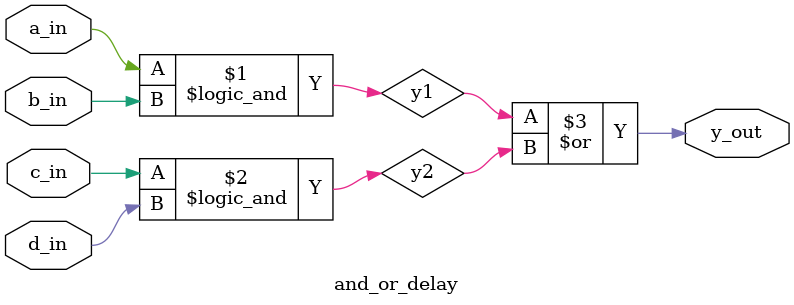
<source format=v>
`timescale 1ns / 1ps


module and_or_delay(
    input a_in,
    input b_in,
    input c_in,
    input d_in,
    output y_out
    );
    
    wire y1,y2;
    //distributed delay
    assign #3 y1 = a_in && b_in;
    assign #3 y2 = c_in && d_in;
    assign #7 y_out = y1 | y2;
    
    /*//lumped delay
    assign y1 = a_in && b_in;
    assign y2 = c_in && d_in;
    assign #7 y_out = y1 | y2;*/
endmodule

</source>
